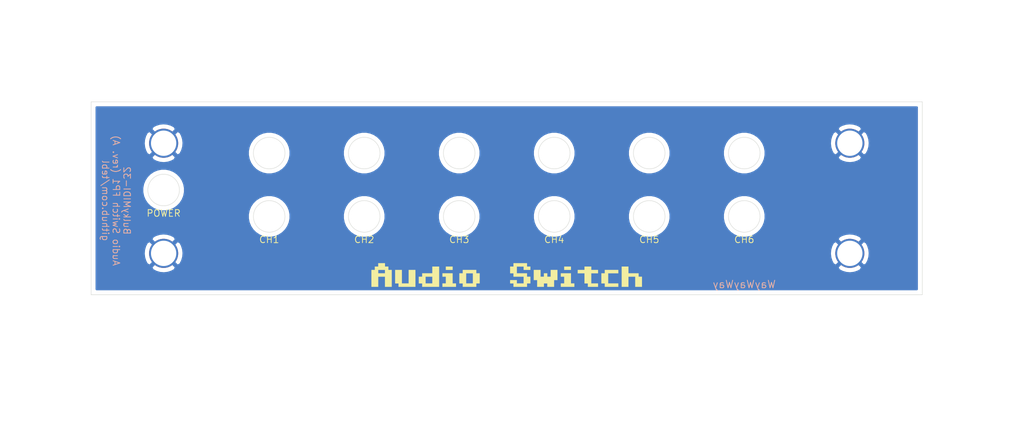
<source format=kicad_pcb>
(kicad_pcb (version 20171130) (host pcbnew "(5.1.8)-1")

  (general
    (thickness 1.6)
    (drawings 27)
    (tracks 0)
    (zones 0)
    (modules 5)
    (nets 2)
  )

  (page A4)
  (layers
    (0 F.Cu signal)
    (31 B.Cu signal)
    (32 B.Adhes user)
    (33 F.Adhes user)
    (34 B.Paste user)
    (35 F.Paste user)
    (36 B.SilkS user)
    (37 F.SilkS user)
    (38 B.Mask user)
    (39 F.Mask user)
    (40 Dwgs.User user)
    (41 Cmts.User user)
    (42 Eco1.User user)
    (43 Eco2.User user)
    (44 Edge.Cuts user)
    (45 Margin user)
    (46 B.CrtYd user)
    (47 F.CrtYd user)
    (48 B.Fab user hide)
    (49 F.Fab user)
  )

  (setup
    (last_trace_width 0.25)
    (trace_clearance 0.2)
    (zone_clearance 0.508)
    (zone_45_only no)
    (trace_min 0.2)
    (via_size 0.8)
    (via_drill 0.4)
    (via_min_size 0.4)
    (via_min_drill 0.3)
    (uvia_size 0.3)
    (uvia_drill 0.1)
    (uvias_allowed no)
    (uvia_min_size 0.2)
    (uvia_min_drill 0.1)
    (edge_width 0.05)
    (segment_width 0.2)
    (pcb_text_width 0.3)
    (pcb_text_size 1.5 1.5)
    (mod_edge_width 0.12)
    (mod_text_size 1 1)
    (mod_text_width 0.15)
    (pad_size 1.524 1.524)
    (pad_drill 0.762)
    (pad_to_mask_clearance 0)
    (aux_axis_origin 0 0)
    (grid_origin 141.09 121.579)
    (visible_elements 7FFFFFFF)
    (pcbplotparams
      (layerselection 0x011fc_ffffffff)
      (usegerberextensions true)
      (usegerberattributes false)
      (usegerberadvancedattributes false)
      (creategerberjobfile false)
      (excludeedgelayer true)
      (linewidth 0.100000)
      (plotframeref false)
      (viasonmask false)
      (mode 1)
      (useauxorigin false)
      (hpglpennumber 1)
      (hpglpenspeed 20)
      (hpglpendiameter 15.000000)
      (psnegative false)
      (psa4output false)
      (plotreference true)
      (plotvalue true)
      (plotinvisibletext false)
      (padsonsilk false)
      (subtractmaskfromsilk false)
      (outputformat 1)
      (mirror false)
      (drillshape 0)
      (scaleselection 1)
      (outputdirectory "export/"))
  )

  (net 0 "")
  (net 1 GND)

  (net_class Default "This is the default net class."
    (clearance 0.2)
    (trace_width 0.25)
    (via_dia 0.8)
    (via_drill 0.4)
    (uvia_dia 0.3)
    (uvia_drill 0.1)
  )

  (net_class PWR ""
    (clearance 0.2)
    (trace_width 0.381)
    (via_dia 0.8)
    (via_drill 0.4)
    (uvia_dia 0.3)
    (uvia_drill 0.1)
    (add_net GND)
  )

  (module "artwork:Audio Switch" locked (layer F.Cu) (tedit 0) (tstamp 62A0277E)
    (at 141.09 131.8025)
    (fp_text reference G*** (at 0 0) (layer F.SilkS) hide
      (effects (font (size 1.524 1.524) (thickness 0.3)))
    )
    (fp_text value LOGO (at 0.75 0) (layer F.SilkS) hide
      (effects (font (size 1.524 1.524) (thickness 0.3)))
    )
    (fp_poly (pts (xy -14.645045 -1.017017) (xy -14.238238 -1.017017) (xy -14.238238 -0.61021) (xy -13.831432 -0.61021)
      (xy -13.831432 1.423824) (xy -14.645045 1.423824) (xy -14.645045 0.203404) (xy -15.458659 0.203404)
      (xy -15.458659 1.423824) (xy -16.272272 1.423824) (xy -16.272272 -0.61021) (xy -15.865466 -0.61021)
      (xy -15.458659 -0.61021) (xy -15.458659 -0.203403) (xy -14.645045 -0.203403) (xy -14.645045 -0.61021)
      (xy -15.458659 -0.61021) (xy -15.865466 -0.61021) (xy -15.865466 -1.017017) (xy -15.458659 -1.017017)
      (xy -15.458659 -1.423823) (xy -14.645045 -1.423823) (xy -14.645045 -1.017017)) (layer F.SilkS) (width 0.01))
    (fp_poly (pts (xy -12.611011 1.017017) (xy -11.797398 1.017017) (xy -11.797398 -0.61021) (xy -10.983784 -0.61021)
      (xy -10.983784 1.423824) (xy -13.017818 1.423824) (xy -13.017818 1.017017) (xy -13.424625 1.017017)
      (xy -13.424625 -0.61021) (xy -12.611011 -0.61021) (xy -12.611011 1.017017)) (layer F.SilkS) (width 0.01))
    (fp_poly (pts (xy -8.136136 1.423824) (xy -10.17017 1.423824) (xy -10.17017 1.017017) (xy -10.576977 1.017017)
      (xy -10.576977 0.203404) (xy -10.17017 0.203404) (xy -9.763364 0.203404) (xy -9.763364 1.017017)
      (xy -8.94975 1.017017) (xy -8.94975 0.203404) (xy -9.763364 0.203404) (xy -10.17017 0.203404)
      (xy -10.17017 -0.203403) (xy -8.94975 -0.203403) (xy -8.94975 -1.017017) (xy -8.136136 -1.017017)
      (xy -8.136136 1.423824)) (layer F.SilkS) (width 0.01))
    (fp_poly (pts (xy -6.508909 1.017017) (xy -6.102102 1.017017) (xy -6.102102 1.423824) (xy -7.72933 1.423824)
      (xy -7.72933 1.017017) (xy -7.322523 1.017017) (xy -7.322523 0.203404) (xy -7.72933 0.203404)
      (xy -7.72933 -0.203403) (xy -6.508909 -0.203403) (xy -6.508909 1.017017)) (layer F.SilkS) (width 0.01))
    (fp_poly (pts (xy -3.661261 -0.203403) (xy -3.254455 -0.203403) (xy -3.254455 1.017017) (xy -3.661261 1.017017)
      (xy -3.661261 1.423824) (xy -5.288489 1.423824) (xy -5.288489 1.017017) (xy -5.695296 1.017017)
      (xy -5.695296 -0.203403) (xy -5.288489 -0.203403) (xy -4.881682 -0.203403) (xy -4.881682 1.017017)
      (xy -4.068068 1.017017) (xy -4.068068 -0.203403) (xy -4.881682 -0.203403) (xy -5.288489 -0.203403)
      (xy -5.288489 -0.61021) (xy -3.661261 -0.61021) (xy -3.661261 -0.203403)) (layer F.SilkS) (width 0.01))
    (fp_poly (pts (xy 2.440841 -1.017017) (xy 2.847647 -1.017017) (xy 2.847647 -0.61021) (xy 2.034034 -0.61021)
      (xy 2.034034 -1.017017) (xy 1.22042 -1.017017) (xy 1.22042 -0.203403) (xy 2.440841 -0.203403)
      (xy 2.440841 0.203404) (xy 2.847647 0.203404) (xy 2.847647 1.017017) (xy 2.440841 1.017017)
      (xy 2.440841 1.423824) (xy 0.813613 1.423824) (xy 0.813613 1.017017) (xy 0.406807 1.017017)
      (xy 0.406807 0.610211) (xy 1.22042 0.610211) (xy 1.22042 1.017017) (xy 2.034034 1.017017)
      (xy 2.034034 0.203404) (xy 0.813613 0.203404) (xy 0.813613 -0.203403) (xy 0.406807 -0.203403)
      (xy 0.406807 -1.017017) (xy 0.813613 -1.017017) (xy 0.813613 -1.423823) (xy 2.440841 -1.423823)
      (xy 2.440841 -1.017017)) (layer F.SilkS) (width 0.01))
    (fp_poly (pts (xy 4.068068 0.203404) (xy 4.474875 0.203404) (xy 4.474875 -0.203403) (xy 4.881681 -0.203403)
      (xy 4.881681 0.203404) (xy 5.288488 0.203404) (xy 5.288488 -0.61021) (xy 6.102102 -0.61021)
      (xy 6.102102 0.610211) (xy 5.695295 0.610211) (xy 5.695295 1.423824) (xy 4.881681 1.423824)
      (xy 4.881681 1.017017) (xy 4.474875 1.017017) (xy 4.474875 1.423824) (xy 3.661261 1.423824)
      (xy 3.661261 0.610211) (xy 3.254454 0.610211) (xy 3.254454 -0.61021) (xy 4.068068 -0.61021)
      (xy 4.068068 0.203404)) (layer F.SilkS) (width 0.01))
    (fp_poly (pts (xy 7.729329 1.017017) (xy 8.136136 1.017017) (xy 8.136136 1.423824) (xy 6.508909 1.423824)
      (xy 6.508909 1.017017) (xy 6.915715 1.017017) (xy 6.915715 0.203404) (xy 6.508909 0.203404)
      (xy 6.508909 -0.203403) (xy 7.729329 -0.203403) (xy 7.729329 1.017017)) (layer F.SilkS) (width 0.01))
    (fp_poly (pts (xy 10.17017 -0.61021) (xy 10.983784 -0.61021) (xy 10.983784 -0.203403) (xy 10.17017 -0.203403)
      (xy 10.17017 1.017017) (xy 10.983784 1.017017) (xy 10.983784 1.423824) (xy 9.763363 1.423824)
      (xy 9.763363 1.017017) (xy 9.356556 1.017017) (xy 9.356556 -0.203403) (xy 8.542943 -0.203403)
      (xy 8.542943 -0.61021) (xy 9.356556 -0.61021) (xy 9.356556 -1.017017) (xy 10.17017 -1.017017)
      (xy 10.17017 -0.61021)) (layer F.SilkS) (width 0.01))
    (fp_poly (pts (xy 13.424624 -0.203403) (xy 12.204204 -0.203403) (xy 12.204204 1.017017) (xy 13.424624 1.017017)
      (xy 13.424624 1.423824) (xy 11.797397 1.423824) (xy 11.797397 1.017017) (xy 11.39059 1.017017)
      (xy 11.39059 -0.203403) (xy 11.797397 -0.203403) (xy 11.797397 -0.61021) (xy 13.424624 -0.61021)
      (xy 13.424624 -0.203403)) (layer F.SilkS) (width 0.01))
    (fp_poly (pts (xy 14.645045 -0.203403) (xy 15.865465 -0.203403) (xy 15.865465 0.203404) (xy 16.272272 0.203404)
      (xy 16.272272 1.423824) (xy 15.458658 1.423824) (xy 15.458658 0.203404) (xy 14.645045 0.203404)
      (xy 14.645045 1.423824) (xy 13.831431 1.423824) (xy 13.831431 -1.017017) (xy 14.645045 -1.017017)
      (xy 14.645045 -0.203403)) (layer F.SilkS) (width 0.01))
    (fp_poly (pts (xy -6.508909 -0.61021) (xy -7.322523 -0.61021) (xy -7.322523 -1.017017) (xy -6.508909 -1.017017)
      (xy -6.508909 -0.61021)) (layer F.SilkS) (width 0.01))
    (fp_poly (pts (xy 7.729329 -0.61021) (xy 6.915715 -0.61021) (xy 6.915715 -1.017017) (xy 7.729329 -1.017017)
      (xy 7.729329 -0.61021)) (layer F.SilkS) (width 0.01))
  )

  (module mounting:M3_pin (layer F.Cu) (tedit 5F76331A) (tstamp 6282A424)
    (at 99.815 129.199)
    (descr "module 1 pin (ou trou mecanique de percage)")
    (tags DEV)
    (path /6282631C)
    (fp_text reference M1 (at 3.048 0) (layer F.Fab) hide
      (effects (font (size 1 1) (thickness 0.15)))
    )
    (fp_text value Mounting_Pin (at 0 3) (layer F.Fab) hide
      (effects (font (size 1 1) (thickness 0.15)))
    )
    (fp_circle (center 0 0) (end 2 0.8) (layer F.Fab) (width 0.1))
    (fp_circle (center 0 0) (end 2.6 0) (layer F.CrtYd) (width 0.05))
    (pad 1 thru_hole circle (at 0 0) (size 3.5 3.5) (drill 3.048) (layers *.Cu *.Mask)
      (net 1 GND) (solder_mask_margin 0.8))
  )

  (module mounting:M3_pin (layer F.Cu) (tedit 5F76331A) (tstamp 6282A42B)
    (at 182.365 129.199)
    (descr "module 1 pin (ou trou mecanique de percage)")
    (tags DEV)
    (path /62826824)
    (fp_text reference M2 (at 0 -3.048) (layer F.Fab) hide
      (effects (font (size 1 1) (thickness 0.15)))
    )
    (fp_text value Mounting_Pin (at 0 3) (layer F.Fab) hide
      (effects (font (size 1 1) (thickness 0.15)))
    )
    (fp_circle (center 0 0) (end 2.6 0) (layer F.CrtYd) (width 0.05))
    (fp_circle (center 0 0) (end 2 0.8) (layer F.Fab) (width 0.1))
    (pad 1 thru_hole circle (at 0 0) (size 3.5 3.5) (drill 3.048) (layers *.Cu *.Mask)
      (net 1 GND) (solder_mask_margin 0.8))
  )

  (module mounting:M3_pin (layer F.Cu) (tedit 5F76331A) (tstamp 6282A432)
    (at 182.365 115.949)
    (descr "module 1 pin (ou trou mecanique de percage)")
    (tags DEV)
    (path /62826D8F)
    (fp_text reference M3 (at 0 -3.048) (layer F.Fab) hide
      (effects (font (size 1 1) (thickness 0.15)))
    )
    (fp_text value Mounting_Pin (at 0 3) (layer F.Fab) hide
      (effects (font (size 1 1) (thickness 0.15)))
    )
    (fp_circle (center 0 0) (end 2 0.8) (layer F.Fab) (width 0.1))
    (fp_circle (center 0 0) (end 2.6 0) (layer F.CrtYd) (width 0.05))
    (pad 1 thru_hole circle (at 0 0) (size 3.5 3.5) (drill 3.048) (layers *.Cu *.Mask)
      (net 1 GND) (solder_mask_margin 0.8))
  )

  (module mounting:M3_pin (layer F.Cu) (tedit 5F76331A) (tstamp 6282A439)
    (at 99.815 115.949)
    (descr "module 1 pin (ou trou mecanique de percage)")
    (tags DEV)
    (path /62827110)
    (fp_text reference M4 (at 0 -3.048) (layer F.Fab) hide
      (effects (font (size 1 1) (thickness 0.15)))
    )
    (fp_text value Mounting_Pin (at 0 3) (layer F.Fab) hide
      (effects (font (size 1 1) (thickness 0.15)))
    )
    (fp_circle (center 0 0) (end 2.6 0) (layer F.CrtYd) (width 0.05))
    (fp_circle (center 0 0) (end 2 0.8) (layer F.Fab) (width 0.1))
    (pad 1 thru_hole circle (at 0 0) (size 3.5 3.5) (drill 3.048) (layers *.Cu *.Mask)
      (net 1 GND) (solder_mask_margin 0.8))
  )

  (gr_text WayWayWay (at 169.665 132.924) (layer B.SilkS) (tstamp 6611F18A)
    (effects (font (size 0.9 0.9) (thickness 0.1)) (justify mirror))
  )
  (gr_text JLCJLCJLCJLC (at 112.515 132.924) (layer F.Fab) (tstamp 6611F189)
    (effects (font (size 0.9 0.9) (thickness 0.1)) (justify mirror))
  )
  (gr_circle (center 169.665 124.754) (end 171.565 124.754) (layer Edge.Cuts) (width 0.05) (tstamp 62D09DD7))
  (gr_circle (center 169.665 117.134) (end 171.565 117.134) (layer Edge.Cuts) (width 0.05) (tstamp 62D09DD6))
  (gr_text CH6 (at 169.665 127.548) (layer F.SilkS) (tstamp 62D09DD5)
    (effects (font (size 0.8 0.8) (thickness 0.1)))
  )
  (gr_circle (center 158.235 124.754) (end 160.135 124.754) (layer Edge.Cuts) (width 0.05) (tstamp 62D09DD7))
  (gr_circle (center 158.235 117.134) (end 160.135 117.134) (layer Edge.Cuts) (width 0.05) (tstamp 62D09DD6))
  (gr_text CH5 (at 158.235 127.548) (layer F.SilkS) (tstamp 62D09DD5)
    (effects (font (size 0.8 0.8) (thickness 0.1)))
  )
  (gr_circle (center 146.805 124.754) (end 148.705 124.754) (layer Edge.Cuts) (width 0.05) (tstamp 62D09DD7))
  (gr_circle (center 146.805 117.134) (end 148.705 117.134) (layer Edge.Cuts) (width 0.05) (tstamp 62D09DD6))
  (gr_text CH4 (at 146.805 127.548) (layer F.SilkS) (tstamp 62D09DD5)
    (effects (font (size 0.8 0.8) (thickness 0.1)))
  )
  (gr_circle (center 135.375 124.754) (end 137.275 124.754) (layer Edge.Cuts) (width 0.05) (tstamp 62D09DD7))
  (gr_circle (center 135.375 117.134) (end 137.275 117.134) (layer Edge.Cuts) (width 0.05) (tstamp 62D09DD6))
  (gr_text CH3 (at 135.375 127.548) (layer F.SilkS) (tstamp 62D09DD5)
    (effects (font (size 0.8 0.8) (thickness 0.1)))
  )
  (gr_circle (center 123.945 124.754) (end 125.845 124.754) (layer Edge.Cuts) (width 0.05) (tstamp 62D09DD7))
  (gr_circle (center 123.945 117.134) (end 125.845 117.134) (layer Edge.Cuts) (width 0.05) (tstamp 62D09DD6))
  (gr_text CH2 (at 123.945 127.548) (layer F.SilkS) (tstamp 62D09DD5)
    (effects (font (size 0.8 0.8) (thickness 0.1)))
  )
  (gr_circle (center 112.515 124.754) (end 114.415 124.754) (layer Edge.Cuts) (width 0.05) (tstamp 62D09DCA))
  (gr_circle (center 112.515 117.134) (end 114.415 117.134) (layer Edge.Cuts) (width 0.05) (tstamp 62D09DCA))
  (gr_text CH1 (at 112.515 127.548) (layer F.SilkS) (tstamp 62D09DC5)
    (effects (font (size 0.8 0.8) (thickness 0.1)))
  )
  (gr_text "BulkyMIDI-32\nAudio Switch FP1 (rev. A)\ngithub.com/tebl" (at 94.1 122.849 270) (layer B.SilkS) (tstamp 6286D3C9)
    (effects (font (size 0.8 0.8) (thickness 0.1)) (justify mirror))
  )
  (gr_text POWER (at 99.815 124.373) (layer F.SilkS) (tstamp 62922779)
    (effects (font (size 0.8 0.8) (thickness 0.1)))
  )
  (gr_circle (center 99.815 121.579) (end 101.715 121.579) (layer Edge.Cuts) (width 0.05) (tstamp 62922778))
  (gr_line (start 191.09 110.974) (end 91.09 110.974) (layer Edge.Cuts) (width 0.05) (tstamp 6282E722))
  (gr_line (start 91.09 134.174) (end 191.09 134.174) (layer Edge.Cuts) (width 0.05) (tstamp 620DB217))
  (gr_line (start 91.09 110.974) (end 91.09 134.174) (layer Edge.Cuts) (width 0.05))
  (gr_line (start 191.09 134.174) (end 191.09 110.974) (layer Edge.Cuts) (width 0.05))

  (zone (net 1) (net_name GND) (layer B.Cu) (tstamp 0) (hatch edge 0.508)
    (connect_pads (clearance 0.508))
    (min_thickness 0.254)
    (fill yes (arc_segments 32) (thermal_gap 0.508) (thermal_bridge_width 0.508))
    (polygon
      (pts
        (xy 203.32 151.424) (xy 80.13 151.424) (xy 80.13 98.719) (xy 203.32 98.719)
      )
    )
    (filled_polygon
      (pts
        (xy 190.43 133.514) (xy 91.75 133.514) (xy 91.75 130.868609) (xy 98.324997 130.868609) (xy 98.511073 131.209766)
        (xy 98.928409 131.425513) (xy 99.379815 131.555696) (xy 99.847946 131.595313) (xy 100.314811 131.542842) (xy 100.762468 131.400297)
        (xy 101.118927 131.209766) (xy 101.305003 130.868609) (xy 180.874997 130.868609) (xy 181.061073 131.209766) (xy 181.478409 131.425513)
        (xy 181.929815 131.555696) (xy 182.397946 131.595313) (xy 182.864811 131.542842) (xy 183.312468 131.400297) (xy 183.668927 131.209766)
        (xy 183.855003 130.868609) (xy 182.365 129.378605) (xy 180.874997 130.868609) (xy 101.305003 130.868609) (xy 99.815 129.378605)
        (xy 98.324997 130.868609) (xy 91.75 130.868609) (xy 91.75 129.231946) (xy 97.418687 129.231946) (xy 97.471158 129.698811)
        (xy 97.613703 130.146468) (xy 97.804234 130.502927) (xy 98.145391 130.689003) (xy 99.635395 129.199) (xy 99.994605 129.199)
        (xy 101.484609 130.689003) (xy 101.825766 130.502927) (xy 102.041513 130.085591) (xy 102.171696 129.634185) (xy 102.205736 129.231946)
        (xy 179.968687 129.231946) (xy 180.021158 129.698811) (xy 180.163703 130.146468) (xy 180.354234 130.502927) (xy 180.695391 130.689003)
        (xy 182.185395 129.199) (xy 182.544605 129.199) (xy 184.034609 130.689003) (xy 184.375766 130.502927) (xy 184.591513 130.085591)
        (xy 184.721696 129.634185) (xy 184.761313 129.166054) (xy 184.708842 128.699189) (xy 184.566297 128.251532) (xy 184.375766 127.895073)
        (xy 184.034609 127.708997) (xy 182.544605 129.199) (xy 182.185395 129.199) (xy 180.695391 127.708997) (xy 180.354234 127.895073)
        (xy 180.138487 128.312409) (xy 180.008304 128.763815) (xy 179.968687 129.231946) (xy 102.205736 129.231946) (xy 102.211313 129.166054)
        (xy 102.158842 128.699189) (xy 102.016297 128.251532) (xy 101.825766 127.895073) (xy 101.484609 127.708997) (xy 99.994605 129.199)
        (xy 99.635395 129.199) (xy 98.145391 127.708997) (xy 97.804234 127.895073) (xy 97.588487 128.312409) (xy 97.458304 128.763815)
        (xy 97.418687 129.231946) (xy 91.75 129.231946) (xy 91.75 127.529391) (xy 98.324997 127.529391) (xy 99.815 129.019395)
        (xy 101.305003 127.529391) (xy 180.874997 127.529391) (xy 182.365 129.019395) (xy 183.855003 127.529391) (xy 183.668927 127.188234)
        (xy 183.251591 126.972487) (xy 182.800185 126.842304) (xy 182.332054 126.802687) (xy 181.865189 126.855158) (xy 181.417532 126.997703)
        (xy 181.061073 127.188234) (xy 180.874997 127.529391) (xy 101.305003 127.529391) (xy 101.118927 127.188234) (xy 100.701591 126.972487)
        (xy 100.250185 126.842304) (xy 99.782054 126.802687) (xy 99.315189 126.855158) (xy 98.867532 126.997703) (xy 98.511073 127.188234)
        (xy 98.324997 127.529391) (xy 91.75 127.529391) (xy 91.75 124.501116) (xy 109.947423 124.501116) (xy 109.947423 125.006884)
        (xy 110.046094 125.502934) (xy 110.239643 125.970204) (xy 110.520633 126.390735) (xy 110.878265 126.748367) (xy 111.298796 127.029357)
        (xy 111.766066 127.222906) (xy 112.262116 127.321577) (xy 112.767884 127.321577) (xy 113.263934 127.222906) (xy 113.731204 127.029357)
        (xy 114.151735 126.748367) (xy 114.509367 126.390735) (xy 114.790357 125.970204) (xy 114.983906 125.502934) (xy 115.082577 125.006884)
        (xy 115.082577 124.501116) (xy 121.377423 124.501116) (xy 121.377423 125.006884) (xy 121.476094 125.502934) (xy 121.669643 125.970204)
        (xy 121.950633 126.390735) (xy 122.308265 126.748367) (xy 122.728796 127.029357) (xy 123.196066 127.222906) (xy 123.692116 127.321577)
        (xy 124.197884 127.321577) (xy 124.693934 127.222906) (xy 125.161204 127.029357) (xy 125.581735 126.748367) (xy 125.939367 126.390735)
        (xy 126.220357 125.970204) (xy 126.413906 125.502934) (xy 126.512577 125.006884) (xy 126.512577 124.501116) (xy 132.807423 124.501116)
        (xy 132.807423 125.006884) (xy 132.906094 125.502934) (xy 133.099643 125.970204) (xy 133.380633 126.390735) (xy 133.738265 126.748367)
        (xy 134.158796 127.029357) (xy 134.626066 127.222906) (xy 135.122116 127.321577) (xy 135.627884 127.321577) (xy 136.123934 127.222906)
        (xy 136.591204 127.029357) (xy 137.011735 126.748367) (xy 137.369367 126.390735) (xy 137.650357 125.970204) (xy 137.843906 125.502934)
        (xy 137.942577 125.006884) (xy 137.942577 124.501116) (xy 144.237423 124.501116) (xy 144.237423 125.006884) (xy 144.336094 125.502934)
        (xy 144.529643 125.970204) (xy 144.810633 126.390735) (xy 145.168265 126.748367) (xy 145.588796 127.029357) (xy 146.056066 127.222906)
        (xy 146.552116 127.321577) (xy 147.057884 127.321577) (xy 147.553934 127.222906) (xy 148.021204 127.029357) (xy 148.441735 126.748367)
        (xy 148.799367 126.390735) (xy 149.080357 125.970204) (xy 149.273906 125.502934) (xy 149.372577 125.006884) (xy 149.372577 124.501116)
        (xy 155.667423 124.501116) (xy 155.667423 125.006884) (xy 155.766094 125.502934) (xy 155.959643 125.970204) (xy 156.240633 126.390735)
        (xy 156.598265 126.748367) (xy 157.018796 127.029357) (xy 157.486066 127.222906) (xy 157.982116 127.321577) (xy 158.487884 127.321577)
        (xy 158.983934 127.222906) (xy 159.451204 127.029357) (xy 159.871735 126.748367) (xy 160.229367 126.390735) (xy 160.510357 125.970204)
        (xy 160.703906 125.502934) (xy 160.802577 125.006884) (xy 160.802577 124.501116) (xy 167.097423 124.501116) (xy 167.097423 125.006884)
        (xy 167.196094 125.502934) (xy 167.389643 125.970204) (xy 167.670633 126.390735) (xy 168.028265 126.748367) (xy 168.448796 127.029357)
        (xy 168.916066 127.222906) (xy 169.412116 127.321577) (xy 169.917884 127.321577) (xy 170.413934 127.222906) (xy 170.881204 127.029357)
        (xy 171.301735 126.748367) (xy 171.659367 126.390735) (xy 171.940357 125.970204) (xy 172.133906 125.502934) (xy 172.232577 125.006884)
        (xy 172.232577 124.501116) (xy 172.133906 124.005066) (xy 171.940357 123.537796) (xy 171.659367 123.117265) (xy 171.301735 122.759633)
        (xy 170.881204 122.478643) (xy 170.413934 122.285094) (xy 169.917884 122.186423) (xy 169.412116 122.186423) (xy 168.916066 122.285094)
        (xy 168.448796 122.478643) (xy 168.028265 122.759633) (xy 167.670633 123.117265) (xy 167.389643 123.537796) (xy 167.196094 124.005066)
        (xy 167.097423 124.501116) (xy 160.802577 124.501116) (xy 160.703906 124.005066) (xy 160.510357 123.537796) (xy 160.229367 123.117265)
        (xy 159.871735 122.759633) (xy 159.451204 122.478643) (xy 158.983934 122.285094) (xy 158.487884 122.186423) (xy 157.982116 122.186423)
        (xy 157.486066 122.285094) (xy 157.018796 122.478643) (xy 156.598265 122.759633) (xy 156.240633 123.117265) (xy 155.959643 123.537796)
        (xy 155.766094 124.005066) (xy 155.667423 124.501116) (xy 149.372577 124.501116) (xy 149.273906 124.005066) (xy 149.080357 123.537796)
        (xy 148.799367 123.117265) (xy 148.441735 122.759633) (xy 148.021204 122.478643) (xy 147.553934 122.285094) (xy 147.057884 122.186423)
        (xy 146.552116 122.186423) (xy 146.056066 122.285094) (xy 145.588796 122.478643) (xy 145.168265 122.759633) (xy 144.810633 123.117265)
        (xy 144.529643 123.537796) (xy 144.336094 124.005066) (xy 144.237423 124.501116) (xy 137.942577 124.501116) (xy 137.843906 124.005066)
        (xy 137.650357 123.537796) (xy 137.369367 123.117265) (xy 137.011735 122.759633) (xy 136.591204 122.478643) (xy 136.123934 122.285094)
        (xy 135.627884 122.186423) (xy 135.122116 122.186423) (xy 134.626066 122.285094) (xy 134.158796 122.478643) (xy 133.738265 122.759633)
        (xy 133.380633 123.117265) (xy 133.099643 123.537796) (xy 132.906094 124.005066) (xy 132.807423 124.501116) (xy 126.512577 124.501116)
        (xy 126.413906 124.005066) (xy 126.220357 123.537796) (xy 125.939367 123.117265) (xy 125.581735 122.759633) (xy 125.161204 122.478643)
        (xy 124.693934 122.285094) (xy 124.197884 122.186423) (xy 123.692116 122.186423) (xy 123.196066 122.285094) (xy 122.728796 122.478643)
        (xy 122.308265 122.759633) (xy 121.950633 123.117265) (xy 121.669643 123.537796) (xy 121.476094 124.005066) (xy 121.377423 124.501116)
        (xy 115.082577 124.501116) (xy 114.983906 124.005066) (xy 114.790357 123.537796) (xy 114.509367 123.117265) (xy 114.151735 122.759633)
        (xy 113.731204 122.478643) (xy 113.263934 122.285094) (xy 112.767884 122.186423) (xy 112.262116 122.186423) (xy 111.766066 122.285094)
        (xy 111.298796 122.478643) (xy 110.878265 122.759633) (xy 110.520633 123.117265) (xy 110.239643 123.537796) (xy 110.046094 124.005066)
        (xy 109.947423 124.501116) (xy 91.75 124.501116) (xy 91.75 121.326116) (xy 97.247423 121.326116) (xy 97.247423 121.831884)
        (xy 97.346094 122.327934) (xy 97.539643 122.795204) (xy 97.820633 123.215735) (xy 98.178265 123.573367) (xy 98.598796 123.854357)
        (xy 99.066066 124.047906) (xy 99.562116 124.146577) (xy 100.067884 124.146577) (xy 100.563934 124.047906) (xy 101.031204 123.854357)
        (xy 101.451735 123.573367) (xy 101.809367 123.215735) (xy 102.090357 122.795204) (xy 102.283906 122.327934) (xy 102.382577 121.831884)
        (xy 102.382577 121.326116) (xy 102.283906 120.830066) (xy 102.090357 120.362796) (xy 101.809367 119.942265) (xy 101.451735 119.584633)
        (xy 101.031204 119.303643) (xy 100.563934 119.110094) (xy 100.067884 119.011423) (xy 99.562116 119.011423) (xy 99.066066 119.110094)
        (xy 98.598796 119.303643) (xy 98.178265 119.584633) (xy 97.820633 119.942265) (xy 97.539643 120.362796) (xy 97.346094 120.830066)
        (xy 97.247423 121.326116) (xy 91.75 121.326116) (xy 91.75 117.618609) (xy 98.324997 117.618609) (xy 98.511073 117.959766)
        (xy 98.928409 118.175513) (xy 99.379815 118.305696) (xy 99.847946 118.345313) (xy 100.314811 118.292842) (xy 100.762468 118.150297)
        (xy 101.118927 117.959766) (xy 101.305003 117.618609) (xy 99.815 116.128605) (xy 98.324997 117.618609) (xy 91.75 117.618609)
        (xy 91.75 115.981946) (xy 97.418687 115.981946) (xy 97.471158 116.448811) (xy 97.613703 116.896468) (xy 97.804234 117.252927)
        (xy 98.145391 117.439003) (xy 99.635395 115.949) (xy 99.994605 115.949) (xy 101.484609 117.439003) (xy 101.825766 117.252927)
        (xy 102.017978 116.881116) (xy 109.947423 116.881116) (xy 109.947423 117.386884) (xy 110.046094 117.882934) (xy 110.239643 118.350204)
        (xy 110.520633 118.770735) (xy 110.878265 119.128367) (xy 111.298796 119.409357) (xy 111.766066 119.602906) (xy 112.262116 119.701577)
        (xy 112.767884 119.701577) (xy 113.263934 119.602906) (xy 113.731204 119.409357) (xy 114.151735 119.128367) (xy 114.509367 118.770735)
        (xy 114.790357 118.350204) (xy 114.983906 117.882934) (xy 115.082577 117.386884) (xy 115.082577 116.881116) (xy 121.377423 116.881116)
        (xy 121.377423 117.386884) (xy 121.476094 117.882934) (xy 121.669643 118.350204) (xy 121.950633 118.770735) (xy 122.308265 119.128367)
        (xy 122.728796 119.409357) (xy 123.196066 119.602906) (xy 123.692116 119.701577) (xy 124.197884 119.701577) (xy 124.693934 119.602906)
        (xy 125.161204 119.409357) (xy 125.581735 119.128367) (xy 125.939367 118.770735) (xy 126.220357 118.350204) (xy 126.413906 117.882934)
        (xy 126.512577 117.386884) (xy 126.512577 116.881116) (xy 132.807423 116.881116) (xy 132.807423 117.386884) (xy 132.906094 117.882934)
        (xy 133.099643 118.350204) (xy 133.380633 118.770735) (xy 133.738265 119.128367) (xy 134.158796 119.409357) (xy 134.626066 119.602906)
        (xy 135.122116 119.701577) (xy 135.627884 119.701577) (xy 136.123934 119.602906) (xy 136.591204 119.409357) (xy 137.011735 119.128367)
        (xy 137.369367 118.770735) (xy 137.650357 118.350204) (xy 137.843906 117.882934) (xy 137.942577 117.386884) (xy 137.942577 116.881116)
        (xy 144.237423 116.881116) (xy 144.237423 117.386884) (xy 144.336094 117.882934) (xy 144.529643 118.350204) (xy 144.810633 118.770735)
        (xy 145.168265 119.128367) (xy 145.588796 119.409357) (xy 146.056066 119.602906) (xy 146.552116 119.701577) (xy 147.057884 119.701577)
        (xy 147.553934 119.602906) (xy 148.021204 119.409357) (xy 148.441735 119.128367) (xy 148.799367 118.770735) (xy 149.080357 118.350204)
        (xy 149.273906 117.882934) (xy 149.372577 117.386884) (xy 149.372577 116.881116) (xy 155.667423 116.881116) (xy 155.667423 117.386884)
        (xy 155.766094 117.882934) (xy 155.959643 118.350204) (xy 156.240633 118.770735) (xy 156.598265 119.128367) (xy 157.018796 119.409357)
        (xy 157.486066 119.602906) (xy 157.982116 119.701577) (xy 158.487884 119.701577) (xy 158.983934 119.602906) (xy 159.451204 119.409357)
        (xy 159.871735 119.128367) (xy 160.229367 118.770735) (xy 160.510357 118.350204) (xy 160.703906 117.882934) (xy 160.802577 117.386884)
        (xy 160.802577 116.881116) (xy 167.097423 116.881116) (xy 167.097423 117.386884) (xy 167.196094 117.882934) (xy 167.389643 118.350204)
        (xy 167.670633 118.770735) (xy 168.028265 119.128367) (xy 168.448796 119.409357) (xy 168.916066 119.602906) (xy 169.412116 119.701577)
        (xy 169.917884 119.701577) (xy 170.413934 119.602906) (xy 170.881204 119.409357) (xy 171.301735 119.128367) (xy 171.659367 118.770735)
        (xy 171.940357 118.350204) (xy 172.133906 117.882934) (xy 172.186483 117.618609) (xy 180.874997 117.618609) (xy 181.061073 117.959766)
        (xy 181.478409 118.175513) (xy 181.929815 118.305696) (xy 182.397946 118.345313) (xy 182.864811 118.292842) (xy 183.312468 118.150297)
        (xy 183.668927 117.959766) (xy 183.855003 117.618609) (xy 182.365 116.128605) (xy 180.874997 117.618609) (xy 172.186483 117.618609)
        (xy 172.232577 117.386884) (xy 172.232577 116.881116) (xy 172.133906 116.385066) (xy 171.966929 115.981946) (xy 179.968687 115.981946)
        (xy 180.021158 116.448811) (xy 180.163703 116.896468) (xy 180.354234 117.252927) (xy 180.695391 117.439003) (xy 182.185395 115.949)
        (xy 182.544605 115.949) (xy 184.034609 117.439003) (xy 184.375766 117.252927) (xy 184.591513 116.835591) (xy 184.721696 116.384185)
        (xy 184.761313 115.916054) (xy 184.708842 115.449189) (xy 184.566297 115.001532) (xy 184.375766 114.645073) (xy 184.034609 114.458997)
        (xy 182.544605 115.949) (xy 182.185395 115.949) (xy 180.695391 114.458997) (xy 180.354234 114.645073) (xy 180.138487 115.062409)
        (xy 180.008304 115.513815) (xy 179.968687 115.981946) (xy 171.966929 115.981946) (xy 171.940357 115.917796) (xy 171.659367 115.497265)
        (xy 171.301735 115.139633) (xy 170.881204 114.858643) (xy 170.413934 114.665094) (xy 169.917884 114.566423) (xy 169.412116 114.566423)
        (xy 168.916066 114.665094) (xy 168.448796 114.858643) (xy 168.028265 115.139633) (xy 167.670633 115.497265) (xy 167.389643 115.917796)
        (xy 167.196094 116.385066) (xy 167.097423 116.881116) (xy 160.802577 116.881116) (xy 160.703906 116.385066) (xy 160.510357 115.917796)
        (xy 160.229367 115.497265) (xy 159.871735 115.139633) (xy 159.451204 114.858643) (xy 158.983934 114.665094) (xy 158.487884 114.566423)
        (xy 157.982116 114.566423) (xy 157.486066 114.665094) (xy 157.018796 114.858643) (xy 156.598265 115.139633) (xy 156.240633 115.497265)
        (xy 155.959643 115.917796) (xy 155.766094 116.385066) (xy 155.667423 116.881116) (xy 149.372577 116.881116) (xy 149.273906 116.385066)
        (xy 149.080357 115.917796) (xy 148.799367 115.497265) (xy 148.441735 115.139633) (xy 148.021204 114.858643) (xy 147.553934 114.665094)
        (xy 147.057884 114.566423) (xy 146.552116 114.566423) (xy 146.056066 114.665094) (xy 145.588796 114.858643) (xy 145.168265 115.139633)
        (xy 144.810633 115.497265) (xy 144.529643 115.917796) (xy 144.336094 116.385066) (xy 144.237423 116.881116) (xy 137.942577 116.881116)
        (xy 137.843906 116.385066) (xy 137.650357 115.917796) (xy 137.369367 115.497265) (xy 137.011735 115.139633) (xy 136.591204 114.858643)
        (xy 136.123934 114.665094) (xy 135.627884 114.566423) (xy 135.122116 114.566423) (xy 134.626066 114.665094) (xy 134.158796 114.858643)
        (xy 133.738265 115.139633) (xy 133.380633 115.497265) (xy 133.099643 115.917796) (xy 132.906094 116.385066) (xy 132.807423 116.881116)
        (xy 126.512577 116.881116) (xy 126.413906 116.385066) (xy 126.220357 115.917796) (xy 125.939367 115.497265) (xy 125.581735 115.139633)
        (xy 125.161204 114.858643) (xy 124.693934 114.665094) (xy 124.197884 114.566423) (xy 123.692116 114.566423) (xy 123.196066 114.665094)
        (xy 122.728796 114.858643) (xy 122.308265 115.139633) (xy 121.950633 115.497265) (xy 121.669643 115.917796) (xy 121.476094 116.385066)
        (xy 121.377423 116.881116) (xy 115.082577 116.881116) (xy 114.983906 116.385066) (xy 114.790357 115.917796) (xy 114.509367 115.497265)
        (xy 114.151735 115.139633) (xy 113.731204 114.858643) (xy 113.263934 114.665094) (xy 112.767884 114.566423) (xy 112.262116 114.566423)
        (xy 111.766066 114.665094) (xy 111.298796 114.858643) (xy 110.878265 115.139633) (xy 110.520633 115.497265) (xy 110.239643 115.917796)
        (xy 110.046094 116.385066) (xy 109.947423 116.881116) (xy 102.017978 116.881116) (xy 102.041513 116.835591) (xy 102.171696 116.384185)
        (xy 102.211313 115.916054) (xy 102.158842 115.449189) (xy 102.016297 115.001532) (xy 101.825766 114.645073) (xy 101.484609 114.458997)
        (xy 99.994605 115.949) (xy 99.635395 115.949) (xy 98.145391 114.458997) (xy 97.804234 114.645073) (xy 97.588487 115.062409)
        (xy 97.458304 115.513815) (xy 97.418687 115.981946) (xy 91.75 115.981946) (xy 91.75 114.279391) (xy 98.324997 114.279391)
        (xy 99.815 115.769395) (xy 101.305003 114.279391) (xy 180.874997 114.279391) (xy 182.365 115.769395) (xy 183.855003 114.279391)
        (xy 183.668927 113.938234) (xy 183.251591 113.722487) (xy 182.800185 113.592304) (xy 182.332054 113.552687) (xy 181.865189 113.605158)
        (xy 181.417532 113.747703) (xy 181.061073 113.938234) (xy 180.874997 114.279391) (xy 101.305003 114.279391) (xy 101.118927 113.938234)
        (xy 100.701591 113.722487) (xy 100.250185 113.592304) (xy 99.782054 113.552687) (xy 99.315189 113.605158) (xy 98.867532 113.747703)
        (xy 98.511073 113.938234) (xy 98.324997 114.279391) (xy 91.75 114.279391) (xy 91.75 111.634) (xy 190.430001 111.634)
      )
    )
  )
)

</source>
